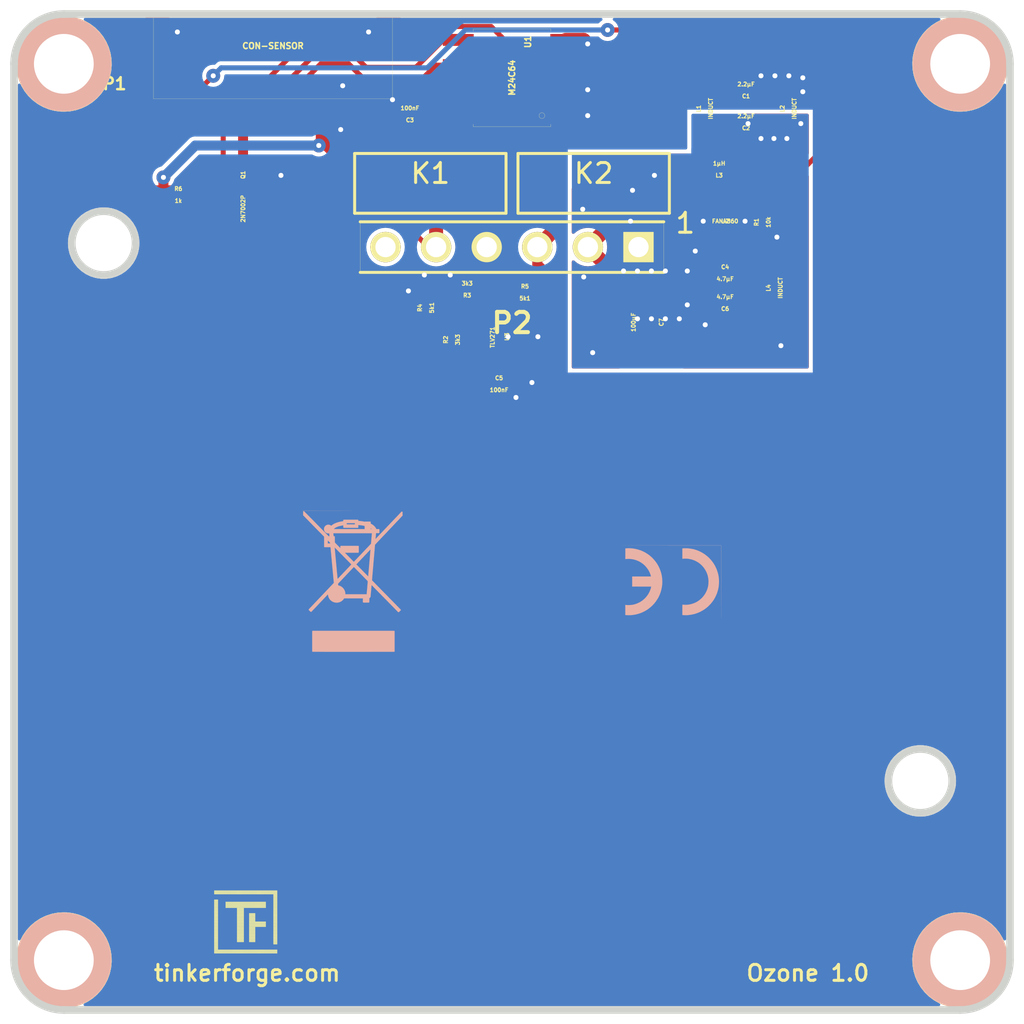
<source format=kicad_pcb>
(kicad_pcb (version 20221018) (generator pcbnew)
  (title_block (title "Dust Detector Bricklet") (date "Mo 13 Apr 2015") (rev "1.0") (company "Tinkerforfge GmbH") (comment 1 "Licensed under CERN OHL v.1.1") (comment 2 "Copyright (©) 2015, B.Nordmeyer <bastian@tinkerforge.com>"))
  (layers (0 "F.Cu" signal) (31 "B.Cu" signal) (34 "B.Paste" user) (35 "F.Paste" user) (36 "B.SilkS" user "B.Silkscreen") (37 "F.SilkS" user "F.Silkscreen") (38 "B.Mask" user) (39 "F.Mask" user) (44 "Edge.Cuts" user))
  (net 0 "")
  (net 1 "+5V")
  (net 2 "3V3")
  (net 3 "EN")
  (net 4 "GND")
  (net 5 "Net-(P1-Pad4)")
  (net 6 "Net-(P1-Pad5)")
  (net 7 "Net-(P1-Pad6)")
  (net 8 "Net-(P1-Pad7)")
  (net 9 "Net-(R2-Pad1)")
  (net 10 "Net-(K1-Pad2)")
  (net 11 "Net-(K2-Pad3)")
  (net 12 "Net-(P1-Pad8)")
  (net 13 "Net-(R3-Pad2)")
  (net 14 "Net-(C2-Pad1)")
  (net 15 "AGND")
  (net 16 "Net-(C4-Pad1)")
  (net 17 "Net-(K1-Pad3)")
  (net 18 "Net-(L3-Pad2)")
  (footprint "kicad-libraries:0603" (layer "F.Cu") (at 155.6 67)
    (fp_text reference "C1" (at 0.05 0.225) (layer "F.SilkS") (effects (font (size 0.2 0.2) (thickness 0.05))))
    (fp_text value "2.2µF" (at 0.05 -0.375) (layer "F.SilkS") (effects (font (size 0.2 0.2) (thickness 0.05))))
    (pad "1" smd rect (at -0.8001 0) (size 0.8001 0.8001) (layers "F.Cu" "F.Paste" "F.Mask") (net 2 "3V3"))
    (pad "2" smd rect (at 0.8001 0) (size 0.8001 0.8001) (layers "F.Cu" "F.Paste" "F.Mask") (net 4 "GND"))
  )
  (footprint "kicad-libraries:0603" (layer "F.Cu") (at 155.6 68.6)
    (fp_text reference "C2" (at 0.05 0.225) (layer "F.SilkS") (effects (font (size 0.2 0.2) (thickness 0.05))))
    (fp_text value "2.2µF" (at 0.05 -0.375) (layer "F.SilkS") (effects (font (size 0.2 0.2) (thickness 0.05))))
    (pad "1" smd rect (at -0.8001 0) (size 0.8001 0.8001) (layers "F.Cu" "F.Paste" "F.Mask") (net 14 "Net-(C2-Pad1)"))
    (pad "2" smd rect (at 0.8001 0) (size 0.8001 0.8001) (layers "F.Cu" "F.Paste" "F.Mask") (net 15 "AGND"))
  )
  (footprint "kicad-libraries:0805" (layer "F.Cu") (at 154.6 77.7)
    (fp_text reference "C6" (at 0 0.2) (layer "F.SilkS") (effects (font (size 0.2 0.2) (thickness 0.05))))
    (fp_text value "4.7µF" (at 0 -0.4) (layer "F.SilkS") (effects (font (size 0.2 0.2) (thickness 0.05))))
    (pad "1" smd rect (at -1.00076 0) (size 1.00076 1.24968) (layers "F.Cu" "F.Paste" "F.Mask") (net 15 "AGND") (clearance 0.14986))
    (pad "2" smd rect (at 1.00076 0) (size 1.00076 1.24968) (layers "F.Cu" "F.Paste" "F.Mask") (net 1 "+5V") (clearance 0.14986))
  )
  (footprint "kicad-libraries:3528-21" (layer "F.Cu") (at 150.9 78.6 90)
    (fp_text reference "C7" (at 0.025 0.5 90) (layer "F.SilkS") (effects (font (size 0.2 0.2) (thickness 0.05))))
    (fp_text value "100µF" (at 0.025 -0.9 90) (layer "F.SilkS") (effects (font (size 0.2 0.2) (thickness 0.05))))
    (pad "1" smd rect (at -1.40048 0 90) (size 1.59954 2.79908) (layers "F.Cu" "F.Paste" "F.Mask") (net 1 "+5V") (clearance 0.14986))
    (pad "2" smd rect (at 1.40048 0 90) (size 1.59954 2.79908) (layers "F.Cu" "F.Paste" "F.Mask") (net 15 "AGND") (clearance 0.14986))
  )
  (footprint "kicad-libraries:9175-003" (layer "F.Cu") (at 139.8 71.6 180)
    (fp_text reference "K1" (at 0 0.5 180) (layer "F.SilkS"))
    (fp_text value "CONN_3")
    (pad "1" smd rect (at -3.05 -0.725 180) (size 1 1.45) (layers "F.Cu" "F.Paste" "F.Mask") (net 4 "GND"))
    (pad "1" smd rect (at -1.95 0.74 180) (size 1 1.45) (layers "F.Cu" "F.Paste" "F.Mask") (net 4 "GND"))
    (pad "2" smd rect (at -0.55 -0.725 180) (size 1 1.45) (layers "F.Cu" "F.Paste" "F.Mask") (net 10 "Net-(K1-Pad2)"))
    (pad "2" smd rect (at 0.55 0.725 180) (size 1 1.45) (layers "F.Cu" "F.Paste" "F.Mask") (net 10 "Net-(K1-Pad2)"))
    (pad "3" smd rect (at 1.95 -0.725 180) (size 1 1.45) (layers "F.Cu" "F.Paste" "F.Mask") (net 17 "Net-(K1-Pad3)"))
    (pad "3" smd rect (at 3.05 0.725 180) (size 1 1.45) (layers "F.Cu" "F.Paste" "F.Mask") (net 17 "Net-(K1-Pad3)"))
  )
  (footprint "kicad-libraries:9175-003" (layer "F.Cu") (at 148 71.6 180)
    (fp_text reference "K2" (at 0 0.5 180) (layer "F.SilkS"))
    (fp_text value "CONN_3")
    (pad "1" smd rect (at -3.05 -0.725 180) (size 1 1.45) (layers "F.Cu" "F.Paste" "F.Mask") (net 15 "AGND"))
    (pad "1" smd rect (at -1.95 0.74 180) (size 1 1.45) (layers "F.Cu" "F.Paste" "F.Mask") (net 15 "AGND"))
    (pad "2" smd rect (at -0.55 -0.725 180) (size 1 1.45) (layers "F.Cu" "F.Paste" "F.Mask") (net 1 "+5V"))
    (pad "2" smd rect (at 0.55 0.725 180) (size 1 1.45) (layers "F.Cu" "F.Paste" "F.Mask") (net 1 "+5V"))
    (pad "3" smd rect (at 1.95 -0.725 180) (size 1 1.45) (layers "F.Cu" "F.Paste" "F.Mask") (net 11 "Net-(K2-Pad3)"))
    (pad "3" smd rect (at 3.05 0.725 180) (size 1 1.45) (layers "F.Cu" "F.Paste" "F.Mask") (net 11 "Net-(K2-Pad3)"))
  )
  (footprint "kicad-libraries:0603" (layer "F.Cu") (at 157.7 67.8 -90)
    (fp_text reference "L2" (at 0.05 0.225 270) (layer "F.SilkS") (effects (font (size 0.2 0.2) (thickness 0.05))))
    (fp_text value "INDUCT" (at 0.05 -0.375 270) (layer "F.SilkS") (effects (font (size 0.2 0.2) (thickness 0.05))))
    (pad "1" smd rect (at -0.8001 0 270) (size 0.8001 0.8001) (layers "F.Cu" "F.Paste" "F.Mask") (net 4 "GND"))
    (pad "2" smd rect (at 0.8001 0 270) (size 0.8001 0.8001) (layers "F.Cu" "F.Paste" "F.Mask") (net 15 "AGND"))
  )
  (footprint "kicad-libraries:CON-SENSOR" (layer "F.Cu") (at 131.9 63.1 180)
    (fp_text reference "P1" (at 7.9502 -3.50012 180) (layer "F.SilkS") (effects (font (size 0.59944 0.59944) (thickness 0.12446))))
    (fp_text value "CON-SENSOR" (at 0 -1.6002 180) (layer "F.SilkS") (effects (font (size 0.29972 0.29972) (thickness 0.07112))))
    (pad "1" smd rect (at -4.50088 -4.7752 180) (size 0.59944 1.5494) (layers "F.Cu" "F.Paste" "F.Mask"))
    (pad "2" smd rect (at -3.50012 -4.7752 180) (size 0.59944 1.5494) (layers "F.Cu" "F.Paste" "F.Mask") (net 4 "GND"))
    (pad "3" smd rect (at -2.49936 -4.7752 180) (size 0.59944 1.5494) (layers "F.Cu" "F.Paste" "F.Mask") (net 2 "3V3"))
    (pad "4" smd rect (at -1.50114 -4.7752 180) (size 0.59944 1.5494) (layers "F.Cu" "F.Paste" "F.Mask") (net 5 "Net-(P1-Pad4)"))
    (pad "5" smd rect (at -0.50038 -4.7752 180) (size 0.59944 1.5494) (layers "F.Cu" "F.Paste" "F.Mask") (net 6 "Net-(P1-Pad5)"))
    (pad "6" smd rect (at 0.50038 -4.7752 180) (size 0.59944 1.5494) (layers "F.Cu" "F.Paste" "F.Mask") (net 7 "Net-(P1-Pad6)"))
    (pad "7" smd rect (at 1.50114 -4.7752 180) (size 0.59944 1.5494) (layers "F.Cu" "F.Paste" "F.Mask") (net 8 "Net-(P1-Pad7)"))
    (pad "8" smd rect (at 2.49936 -4.7752 180) (size 0.59944 1.5494) (layers "F.Cu" "F.Paste" "F.Mask") (net 12 "Net-(P1-Pad8)"))
    (pad "9" smd rect (at 3.50012 -4.7752 180) (size 0.59944 1.5494) (layers "F.Cu" "F.Paste" "F.Mask") (net 3 "EN"))
    (pad "10" smd rect (at 4.50088 -4.7752 180) (size 0.59944 1.5494) (layers "F.Cu" "F.Paste" "F.Mask"))
    (pad "EP" smd rect (at -5.79882 -0.89916 180) (size 1.19888 1.80086) (layers "F.Cu" "F.Paste" "F.Mask") (net 4 "GND"))
    (pad "EP" smd rect (at 5.79882 -0.89916 180) (size 1.19888 1.80086) (layers "F.Cu" "F.Paste" "F.Mask") (net 4 "GND"))
  )
  (footprint "kicad-libraries:pin_array_6x1" (layer "F.Cu") (at 143.9 74.8 180)
    (fp_text reference "P2" (at 0 -3.81 180) (layer "F.SilkS") (effects (font (size 1.016 1.016) (thickness 0.2032))))
    (fp_text value "CONN_6" hide)
    (pad "1" thru_hole rect (at -6.35 0 180) (size 1.524 1.524) (drill 1.016) (layers "*.Cu" "*.Mask" "F.SilkS") (net 15 "AGND"))
    (pad "2" thru_hole circle (at -3.81 0 180) (size 1.524 1.524) (drill 1.016) (layers "*.Cu" "*.Mask" "F.SilkS") (net 1 "+5V"))
    (pad "3" thru_hole circle (at -1.27 0 180) (size 1.524 1.524) (drill 1.016) (layers "*.Cu" "*.Mask" "F.SilkS") (net 11 "Net-(K2-Pad3)"))
    (pad "4" thru_hole circle (at 1.27 0 180) (size 1.524 1.524) (drill 1.016) (layers "*.Cu" "*.Mask" "F.SilkS") (net 4 "GND"))
    (pad "5" thru_hole circle (at 3.81 0 180) (size 1.524 1.524) (drill 1.016) (layers "*.Cu" "*.Mask" "F.SilkS") (net 10 "Net-(K1-Pad2)"))
    (pad "6" thru_hole circle (at 6.35 0 180) (size 1.524 1.524) (drill 1.016) (layers "*.Cu" "*.Mask" "F.SilkS"))
  )
  (footprint "kicad-libraries:SOT23GDS" (layer "F.Cu") (at 130.4 72.1 -90)
    (fp_text reference "Q1" (at -0.925 0 270) (layer "F.SilkS") (effects (font (size 0.2 0.2) (thickness 0.05))))
    (fp_text value "2N7002P" (at 0.775 0 270) (layer "F.SilkS") (effects (font (size 0.2 0.2) (thickness 0.05))))
    (pad "D" smd rect (at 0 1.016 270) (size 0.9144 0.9144) (layers "F.Cu" "F.Paste" "F.Mask") (net 12 "Net-(P1-Pad8)"))
    (pad "G" smd rect (at 0.889 -1.016 270) (size 0.9144 0.9144) (layers "F.Cu" "F.Paste" "F.Mask") (net 10 "Net-(K1-Pad2)"))
    (pad "S" smd rect (at -0.889 -1.016 270) (size 0.9144 0.9144) (layers "F.Cu" "F.Paste" "F.Mask") (net 4 "GND"))
  )
  (footprint "kicad-libraries:0603" (layer "F.Cu") (at 156.4 73.5 -90)
    (fp_text reference "R1" (at 0.05 0.225 270) (layer "F.SilkS") (effects (font (size 0.2 0.2) (thickness 0.05))))
    (fp_text value "10k" (at 0.05 -0.375 270) (layer "F.SilkS") (effects (font (size 0.2 0.2) (thickness 0.05))))
    (pad "1" smd rect (at -0.8001 0 270) (size 0.8001 0.8001) (layers "F.Cu" "F.Paste" "F.Mask") (net 3 "EN"))
    (pad "2" smd rect (at 0.8001 0 270) (size 0.8001 0.8001) (layers "F.Cu" "F.Paste" "F.Mask") (net 15 "AGND"))
  )
  (footprint "kicad-libraries:0603" (layer "F.Cu") (at 140.8 79.4 -90)
    (fp_text reference "R2" (at 0.05 0.225 270) (layer "F.SilkS") (effects (font (size 0.2 0.2) (thickness 0.05))))
    (fp_text value "3k3" (at 0.05 -0.375 270) (layer "F.SilkS") (effects (font (size 0.2 0.2) (thickness 0.05))))
    (pad "1" smd rect (at -0.8001 0 270) (size 0.8001 0.8001) (layers "F.Cu" "F.Paste" "F.Mask") (net 9 "Net-(R2-Pad1)"))
    (pad "2" smd rect (at 0.8001 0 270) (size 0.8001 0.8001) (layers "F.Cu" "F.Paste" "F.Mask") (net 8 "Net-(P1-Pad7)"))
  )
  (footprint "kicad-libraries:0603" (layer "F.Cu") (at 141.6 77)
    (fp_text reference "R3" (at 0.05 0.225) (layer "F.SilkS") (effects (font (size 0.2 0.2) (thickness 0.05))))
    (fp_text value "3k3" (at 0.05 -0.375) (layer "F.SilkS") (effects (font (size 0.2 0.2) (thickness 0.05))))
    (pad "1" smd rect (at -0.8001 0) (size 0.8001 0.8001) (layers "F.Cu" "F.Paste" "F.Mask") (net 4 "GND"))
    (pad "2" smd rect (at 0.8001 0) (size 0.8001 0.8001) (layers "F.Cu" "F.Paste" "F.Mask") (net 13 "Net-(R3-Pad2)"))
  )
  (footprint "kicad-libraries:0603" (layer "F.Cu") (at 139.5 77.8 -90)
    (fp_text reference "R4" (at 0.05 0.225 270) (layer "F.SilkS") (effects (font (size 0.2 0.2) (thickness 0.05))))
    (fp_text value "5k1" (at 0.05 -0.375 270) (layer "F.SilkS") (effects (font (size 0.2 0.2) (thickness 0.05))))
    (pad "1" smd rect (at -0.8001 0 270) (size 0.8001 0.8001) (layers "F.Cu" "F.Paste" "F.Mask") (net 4 "GND"))
    (pad "2" smd rect (at 0.8001 0 270) (size 0.8001 0.8001) (layers "F.Cu" "F.Paste" "F.Mask") (net 9 "Net-(R2-Pad1)"))
  )
  (footprint "kicad-libraries:0603" (layer "F.Cu") (at 144.6 77 180)
    (fp_text reference "R5" (at 0.05 0.225 180) (layer "F.SilkS") (effects (font (size 0.2 0.2) (thickness 0.05))))
    (fp_text value "5k1" (at 0.05 -0.375 180) (layer "F.SilkS") (effects (font (size 0.2 0.2) (thickness 0.05))))
    (pad "1" smd rect (at -0.8001 0 180) (size 0.8001 0.8001) (layers "F.Cu" "F.Paste" "F.Mask") (net 11 "Net-(K2-Pad3)"))
    (pad "2" smd rect (at 0.8001 0 180) (size 0.8001 0.8001) (layers "F.Cu" "F.Paste" "F.Mask") (net 13 "Net-(R3-Pad2)"))
  )
  (footprint "kicad-libraries:SOIC8" (layer "F.Cu") (at 143.9 66.3 90)
    (fp_text reference "U1" (at 1.8 0.8 90) (layer "F.SilkS") (effects (font (size 0.29972 0.29972) (thickness 0.0762))))
    (fp_text value "M24C64" (at 0 0 90) (layer "F.SilkS") (effects (font (size 0.29972 0.29972) (thickness 0.0762))))
    (pad "1" smd rect (at -1.90246 2.69748 270) (size 0.59944 1.5494) (layers "F.Cu" "F.Paste" "F.Mask") (net 4 "GND"))
    (pad "2" smd rect (at -0.63246 2.69748 270) (size 0.59944 1.5494) (layers "F.Cu" "F.Paste" "F.Mask") (net 4 "GND"))
    (pad "3" smd rect (at 0.63246 2.69748 270) (size 0.59944 1.5494) (layers "F.Cu" "F.Paste" "F.Mask") (net 7 "Net-(P1-Pad6)"))
    (pad "4" smd rect (at 1.90246 2.69748 270) (size 0.59944 1.5494) (layers "F.Cu" "F.Paste" "F.Mask") (net 4 "GND"))
    (pad "5" smd rect (at 1.90246 -2.69748 90) (size 0.59944 1.5494) (layers "F.Cu" "F.Paste" "F.Mask") (net 6 "Net-(P1-Pad5)"))
    (pad "6" smd rect (at 0.63246 -2.69748 90) (size 0.59944 1.5494) (layers "F.Cu" "F.Paste" "F.Mask") (net 5 "Net-(P1-Pad4)"))
    (pad "7" smd rect (at -0.63246 -2.69748 90) (size 0.59944 1.5494) (layers "F.Cu" "F.Paste" "F.Mask"))
    (pad "8" smd rect (at -1.90246 -2.69748 90) (size 0.59944 1.5494) (layers "F.Cu" "F.Paste" "F.Mask") (net 2 "3V3"))
  )
  (footprint "kicad-libraries:UMLP_22" (layer "F.Cu") (at 154.6 73.5 180)
    (fp_text reference "U2" (at 0 0 180) (layer "F.SilkS") (effects (font (size 0.2 0.2) (thickness 0.05))))
    (fp_text value "FAN4860" (at 0 0 180) (layer "F.SilkS") (effects (font (size 0.2 0.2) (thickness 0.05))))
    (pad "1" smd rect (at 0.65 -1.05 180) (size 0.25 0.8) (layers "F.Cu" "F.Paste" "F.Mask") (net 15 "AGND"))
    (pad "2" smd rect (at 0 -1.05 180) (size 0.25 0.8) (layers "F.Cu" "F.Paste" "F.Mask") (net 16 "Net-(C4-Pad1)"))
    (pad "3" smd rect (at -0.65 -1.05 180) (size 0.25 0.8) (layers "F.Cu" "F.Paste" "F.Mask") (net 16 "Net-(C4-Pad1)"))
    (pad "4" smd rect (at -0.65 1.05 180) (size 0.25 0.8) (layers "F.Cu" "F.Paste" "F.Mask") (net 3 "EN"))
    (pad "5" smd rect (at 0 1.05 180) (size 0.25 0.8) (layers "F.Cu" "F.Paste" "F.Mask") (net 18 "Net-(L3-Pad2)"))
    (pad "6" smd rect (at 0.65 1.05 180) (size 0.25 0.8) (layers "F.Cu" "F.Paste" "F.Mask") (net 14 "Net-(C2-Pad1)"))
    (pad "EP" smd rect (at 0 0 180) (size 1.45 0.8) (layers "F.Cu" "F.Paste" "F.Mask") (net 15 "AGND"))
  )
  (footprint "kicad-libraries:SOT23-5" (layer "F.Cu") (at 143.3 79.3 90)
    (fp_text reference "U3" (at 0 0.35052 90) (layer "F.SilkS") (effects (font (size 0.2 0.2) (thickness 0.05))))
    (fp_text value "TLV271" (at -0.03 -0.38 90) (layer "F.SilkS") (effects (font (size 0.2 0.2) (thickness 0.05))))
    (pad "1" smd rect (at -0.94996 1.19888 90) (size 0.50038 0.8001) (layers "F.Cu" "F.Paste" "F.Mask") (net 8 "Net-(P1-Pad7)") (clearance 0.14986))
    (pad "2" smd rect (at 0 1.19888 90) (size 0.50038 0.8001) (layers "F.Cu" "F.Paste" "F.Mask") (net 4 "GND") (clearance 0.14986))
    (pad "3" smd rect (at 0.94996 1.19888 90) (size 0.50038 0.8001) (layers "F.Cu" "F.Paste" "F.Mask") (net 13 "Net-(R3-Pad2)") (clearance 0.14986))
    (pad "4" smd rect (at 0.94996 -1.19888 90) (size 0.50038 0.8001) (layers "F.Cu" "F.Paste" "F.Mask") (net 9 "Net-(R2-Pad1)") (clearance 0.14986))
    (pad "5" smd rect (at -0.94996 -1.19888 90) (size 0.50038 0.8001) (layers "F.Cu" "F.Paste" "F.Mask") (net 2 "3V3") (clearance 0.14986))
  )
  (footprint "kicad-libraries:DRILL_NP" (layer "F.Cu") (at 121.4 110.6)
    (fp_text reference "U4" hide)
    (fp_text value "DRILL" hide)
    (pad "" np_thru_hole circle (at 0 0) (size 2.99974 2.99974) (drill 2.99974) (layers "*.Cu" "*.Mask" "F.SilkS") (clearance 0.89916))
  )
  (footprint "kicad-libraries:DRILL_NP" (layer "F.Cu") (at 166.4 65.6)
    (fp_text reference "U5" hide)
    (fp_text value "DRILL" hide)
    (pad "" np_thru_hole circle (at 0 0) (size 2.99974 2.99974) (drill 2.99974) (layers "*.Cu" "*.Mask" "F.SilkS") (clearance 0.89916))
  )
  (footprint "kicad-libraries:DRILL_NP" (layer "F.Cu") (at 166.4 110.6)
    (fp_text reference "U7" hide)
    (fp_text value "DRILL" hide)
    (pad "" np_thru_hole circle (at 0 0) (size 2.99974 2.99974) (drill 2.99974) (layers "*.Cu" "*.Mask" "F.SilkS") (clearance 0.89916))
  )
  (footprint "kicad-libraries:DRILL_NP" (layer "F.Cu") (at 121.4 65.6)
    (fp_text reference "U6" hide)
    (fp_text value "DRILL" hide)
    (pad "" np_thru_hole circle (at 0 0) (size 2.99974 2.99974) (drill 2.99974) (layers "*.Cu" "*.Mask" "F.SilkS") (clearance 0.89916))
  )
  (footprint "kicad-libraries:Logo_31x31" (layer "F.Cu") (at 128.95 107.1)
    (fp_text reference "G***" hide)
    (fp_text value "Logo_31x31" hide)
  )
  (footprint "kicad-libraries:Fiducial_Mark" (layer "F.Cu") (at 125.4 80.6)
    (fp_text reference "Fiducial_Mark" hide)
    (fp_text value "VAL**" hide)
    (pad "1" smd circle (at 0 0) (size 1.00076 1.00076) (layers "F.Cu" "F.Mask") (clearance 0.65024))
  )
  (footprint "kicad-libraries:Fiducial_Mark" (layer "F.Cu") (at 161.4 65.6)
    (fp_text reference "Fiducial_Mark" hide)
    (fp_text value "VAL**" hide)
    (pad "1" smd circle (at 0 0) (size 1.00076 1.00076) (layers "F.Cu" "F.Mask") (clearance 0.65024))
  )
  (footprint "kicad-libraries:0603" (layer "F.Cu") (at 138.725 68.2)
    (fp_text reference "C3" (at 0.05 0.225) (layer "F.SilkS") (effects (font (size 0.2 0.2) (thickness 0.05))))
    (fp_text value "100nF" (at 0.05 -0.375) (layer "F.SilkS") (effects (font (size 0.2 0.2) (thickness 0.05))))
    (pad "1" smd rect (at -0.8001 0) (size 0.8001 0.8001) (layers "F.Cu" "F.Paste" "F.Mask") (net 4 "GND") (clearance 0.14986))
    (pad "2" smd rect (at 0.8001 0) (size 0.8001 0.8001) (layers "F.Cu" "F.Paste" "F.Mask") (net 2 "3V3") (clearance 0.14986))
  )
  (footprint "kicad-libraries:0805" (layer "F.Cu") (at 154.6 76 180)
    (fp_text reference "C4" (at 0 0.2 180) (layer "F.SilkS") (effects (font (size 0.2 0.2) (thickness 0.05))))
    (fp_text value "4.7µF" (at 0 -0.4 180) (layer "F.SilkS") (effects (font (size 0.2 0.2) (thickness 0.05))))
    (pad "1" smd rect (at -1.00076 0 180) (size 1.00076 1.24968) (layers "F.Cu" "F.Paste" "F.Mask") (net 16 "Net-(C4-Pad1)"))
    (pad "2" smd rect (at 1.00076 0 180) (size 1.00076 1.24968) (layers "F.Cu" "F.Paste" "F.Mask") (net 15 "AGND"))
  )
  (footprint "kicad-libraries:0603" (layer "F.Cu") (at 143.3 81.6 180)
    (fp_text reference "C5" (at 0.05 0.225 180) (layer "F.SilkS") (effects (font (size 0.2 0.2) (thickness 0.05))))
    (fp_text value "100nF" (at 0.05 -0.375 180) (layer "F.SilkS") (effects (font (size 0.2 0.2) (thickness 0.05))))
    (pad "1" smd rect (at -0.8001 0 180) (size 0.8001 0.8001) (layers "F.Cu" "F.Paste" "F.Mask") (net 4 "GND") (clearance 0.14986))
    (pad "2" smd rect (at 0.8001 0 180) (size 0.8001 0.8001) (layers "F.Cu" "F.Paste" "F.Mask") (net 2 "3V3") (clearance 0.14986))
  )
  (footprint "kicad-libraries:0603" (layer "F.Cu") (at 153.5 67.8 -90)
    (fp_text reference "L1" (at 0.05 0.225 270) (layer "F.SilkS") (effects (font (size 0.2 0.2) (thickness 0.05))))
    (fp_text value "INDUCT" (at 0.05 -0.375 270) (layer "F.SilkS") (effects (font (size 0.2 0.2) (thickness 0.05))))
    (pad "1" smd rect (at -0.8001 0 270) (size 0.8001 0.8001) (layers "F.Cu" "F.Paste" "F.Mask") (net 2 "3V3") (clearance 0.14986))
    (pad "2" smd rect (at 0.8001 0 270) (size 0.8001 0.8001) (layers "F.Cu" "F.Paste" "F.Mask") (net 14 "Net-(C2-Pad1)") (clearance 0.14986))
  )
  (footprint "kicad-libraries:0805" (layer "F.Cu") (at 154.3 71)
    (fp_text reference "L3" (at 0 0.2) (layer "F.SilkS") (effects (font (size 0.2 0.2) (thickness 0.05))))
    (fp_text value "1µH" (at 0 -0.4) (layer "F.SilkS") (effects (font (size 0.2 0.2) (thickness 0.05))))
    (pad "1" smd rect (at -1.00076 0) (size 1.00076 1.24968) (layers "F.Cu" "F.Paste" "F.Mask") (net 14 "Net-(C2-Pad1)") (clearance 0.14986))
    (pad "2" smd rect (at 1.00076 0) (size 1.00076 1.24968) (layers "F.Cu" "F.Paste" "F.Mask") (net 18 "Net-(L3-Pad2)") (clearance 0.14986))
  )
  (footprint "kicad-libraries:0603" (layer "F.Cu") (at 157 76.8 -90)
    (fp_text reference "L4" (at 0.05 0.225 270) (layer "F.SilkS") (effects (font (size 0.2 0.2) (thickness 0.05))))
    (fp_text value "INDUCT" (at 0.05 -0.375 270) (layer "F.SilkS") (effects (font (size 0.2 0.2) (thickness 0.05))))
    (pad "1" smd rect (at -0.8001 0 270) (size 0.8001 0.8001) (layers "F.Cu" "F.Paste" "F.Mask") (net 16 "Net-(C4-Pad1)"))
    (pad "2" smd rect (at 0.8001 0 270) (size 0.8001 0.8001) (layers "F.Cu" "F.Paste" "F.Mask") (net 1 "+5V"))
  )
  (footprint "kicad-libraries:0603" (layer "F.Cu") (at 127.2 72.1 180)
    (fp_text reference "R6" (at 0.05 0.225 180) (layer "F.SilkS") (effects (font (size 0.2 0.2) (thickness 0.05))))
    (fp_text value "1k" (at 0.05 -0.375 180) (layer "F.SilkS") (effects (font (size 0.2 0.2) (thickness 0.05))))
    (pad "1" smd rect (at -0.8001 0 180) (size 0.8001 0.8001) (layers "F.Cu" "F.Paste" "F.Mask") (net 12 "Net-(P1-Pad8)") (clearance 0.14986))
    (pad "2" smd rect (at 0.8001 0 180) (size 0.8001 0.8001) (layers "F.Cu" "F.Paste" "F.Mask") (net 2 "3V3") (clearance 0.14986))
  )
  (footprint "kicad-libraries:WEEE_7mm_back" (layer "B.Cu") (at 135.9 91.6)
    (fp_text reference "VAL" hide)
    (fp_text value "WEEE_7mm_back" hide)
  )
  (footprint "kicad-libraries:CE_5mm" (layer "B.Cu") (at 151.9 91.6 180)
    (fp_text reference "VAL" hide)
    (fp_text value "CE_5mm" hide)
  )
  (gr_line (start 118.9 65.55) (end 118.9 65.6) (stroke (width 0.381)) (layer "Edge.Cuts"))
  (gr_circle (center 164.4 101.6) (end 166 101.6) (stroke (width 0.381)) (fill none) (layer "Edge.Cuts"))
  (gr_arc (start 168.9 110.6) (mid 168.167767 112.367767) (end 166.4 113.1) (stroke (width 0.381)) (layer "Edge.Cuts"))
  (gr_arc (start 121.4 113.1) (mid 119.632233 112.367767) (end 118.9 110.6) (stroke (width 0.381)) (layer "Edge.Cuts"))
  (gr_arc (start 166.4 63.1) (mid 168.167767 63.832233) (end 168.9 65.6) (stroke (width 0.381)) (layer "Edge.Cuts"))
  (gr_line (start 118.9 110.6) (end 118.9 65.6) (stroke (width 0.381)) (layer "Edge.Cuts"))
  (gr_arc (start 118.9 65.6) (mid 119.632233 63.832233) (end 121.4 63.1) (stroke (width 0.381)) (layer "Edge.Cuts"))
  (gr_line (start 166.4 113.1) (end 121.4 113.1) (stroke (width 0.381)) (layer "Edge.Cuts"))
  (gr_line (start 168.9 65.6) (end 168.9 110.6) (stroke (width 0.381)) (layer "Edge.Cuts"))
  (gr_line (start 166.4 63.1) (end 121.4 63.1) (stroke (width 0.381)) (layer "Edge.Cuts"))
  (gr_circle (center 123.4 74.6) (end 125 74.6) (stroke (width 0.381)) (fill none) (layer "Edge.Cuts"))
  (gr_text "Ozone 1.0" (at 158.75 111.25) (layer "F.SilkS") (effects (font (size 0.8 0.8))))
  (gr_text "1" (at 152.6 73.6) (layer "F.SilkS") (effects (font (size 1 1))))
  (gr_text "tinkerforge.com" (at 130.6 111.25) (layer "F.SilkS") (effects (font (size 0.8 0.8))))
  (segment (start 147.45 71.225) (end 148.55 72.325) (width 0.7) (layer "F.Cu") (net 1))
  (segment (start 148.55 73.96) (end 147.71 74.8) (width 0.7) (layer "F.Cu") (net 1))
  (segment (start 154.19952 80.00048) (end 155.55076 78.64924) (width 0.7) (layer "F.Cu") (net 1))
  (segment (start 155.55076 78.64924) (end 155.55076 77.65) (width 0.7) (layer "F.Cu") (net 1))
  (segment (start 155.65066 77.5501) (end 155.55076 77.65) (width 0.7) (layer "F.Cu") (net 1))
  (segment (start 150.50048 80.00048) (end 148.5 78) (width 0.7) (layer "F.Cu") (net 1))
  (segment (start 148.5 78) (end 148.5 75.59) (width 0.7) (layer "F.Cu") (net 1))
  (segment (start 148.5 75.59) (end 147.71 74.8) (width 0.7) (layer "F.Cu") (net 1))
  (segment (start 147.45 70.875) (end 147.45 71.225) (width 0.254) (layer "F.Cu") (net 1))
  (segment (start 156.85 77.5501) (end 155.65066 77.5501) (width 0.7) (layer "F.Cu") (net 1))
  (segment (start 150.9 80.00048) (end 154.19952 80.00048) (width 0.7) (layer "F.Cu") (net 1))
  (segment (start 150.9 80.00048) (end 150.50048 80.00048) (width 0.7) (layer "F.Cu") (net 1))
  (segment (start 148.55 72.325) (end 148.55 73.96) (width 0.7) (layer "F.Cu") (net 1))
  (segment (start 153.4501 66.95) (end 153.45 66.9499) (width 0.7) (layer "F.Cu") (net 2))
  (segment (start 139.52756 68.20246) (end 139.5251 68.2) (width 0.7) (layer "F.Cu") (net 2))
  (segment (start 150.3001 66.9999) (end 147.8 69.5) (width 0.7) (layer "F.Cu") (net 2))
  (segment (start 147.8 69.5) (end 138.9 69.5) (width 0.7) (layer "F.Cu") (net 2))
  (segment (start 136 69.5) (end 135.6 69.9) (width 0.7) (layer "F.Cu") (net 2))
  (segment (start 135.6 69.9) (end 134.9 69.9) (width 0.7) (layer "F.Cu") (net 2))
  (segment (start 134.9 69.9) (end 134.39936 69.39936) (width 0.7) (layer "F.Cu") (net 2))
  (segment (start 134.39936 69.39936) (end 134.39936 67.8752) (width 0.7) (layer "F.Cu") (net 2))
  (segment (start 139.5251 68.8749) (end 138.9 69.5) (width 0.7) (layer "F.Cu") (net 2))
  (segment (start 138.9 69.5) (end 136 69.5) (width 0.7) (layer "F.Cu") (net 2))
  (segment (start 134.39936 69.50064) (end 134.2 69.7) (width 0.254) (layer "F.Cu") (net 2))
  (segment (start 126.4 71.3) (end 126.4 72.0999) (width 0.5) (layer "F.Cu") (net 2))
  (segment (start 126.4 72.0999) (end 126.3999 72.1) (width 0.254) (layer "F.Cu") (net 2))
  (segment (start 126.3999 77.6999) (end 126.3999 72.1) (width 0.5) (layer "F.Cu") (net 2))
  (segment (start 142.4999 81.8501) (end 141.1 83.25) (width 0.5) (layer "F.Cu") (net 2))
  (segment (start 141.1 83.25) (end 131.95 83.25) (width 0.5) (layer "F.Cu") (net 2))
  (segment (start 131.95 83.25) (end 126.3999 77.6999) (width 0.5) (layer "F.Cu") (net 2))
  (segment (start 142.4999 80.64874) (end 142.10112 80.24996) (width 0.5) (layer "F.Cu") (net 2))
  (segment (start 154.7499 66.95) (end 153.4501 66.95) (width 0.7) (layer "F.Cu") (net 2))
  (segment (start 141.20252 68.20246) (end 139.52756 68.20246) (width 0.7) (layer "F.Cu") (net 2))
  (segment (start 142.4999 81.6) (end 142.4999 81.8501) (width 0.5) (layer "F.Cu") (net 2))
  (segment (start 153.5 66.9999) (end 150.3001 66.9999) (width 0.7) (layer "F.Cu") (net 2))
  (segment (start 134.39936 69.39936) (end 134.39936 69.50064) (width 0.254) (layer "F.Cu") (net 2))
  (segment (start 139.5251 68.2) (end 139.5251 68.8749) (width 0.7) (layer "F.Cu") (net 2))
  (segment (start 142.4999 81.6) (end 142.4999 80.64874) (width 0.5) (layer "F.Cu") (net 2))
  (via (at 126.4 71.3) (size 0.7) (drill 0.25) (layers "F.Cu" "B.Cu") (net 2))
  (via (at 134.2 69.7) (size 0.7) (drill 0.25) (layers "F.Cu" "B.Cu") (net 2))
  (segment (start 134.2 69.7) (end 128 69.7) (width 0.5) (layer "B.Cu") (net 2))
  (segment (start 128 69.7) (end 126.4 71.3) (width 0.5) (layer "B.Cu") (net 2))
  (segment (start 156.1501 72.45) (end 156.4 72.6999) (width 0.254) (layer "F.Cu") (net 3))
  (segment (start 159.6 69.8) (end 156.7001 72.6999) (width 0.254) (layer "F.Cu") (net 3))
  (segment (start 159.6 69.8) (end 159.6 65.8) (width 0.254) (layer "F.Cu") (net 3))
  (segment (start 159.6 65.8) (end 157.7 63.9) (width 0.254) (layer "F.Cu") (net 3))
  (segment (start 157.7 63.9) (end 148.7 63.9) (width 0.254) (layer "F.Cu") (net 3))
  (segment (start 128.9 66.2) (end 128.39988 66.70012) (width 0.254) (layer "F.Cu") (net 3))
  (segment (start 128.39988 66.70012) (end 128.39988 67.8752) (width 0.254) (layer "F.Cu") (net 3))
  (segment (start 155.25 72.45) (end 156.1501 72.45) (width 0.254) (layer "F.Cu") (net 3))
  (segment (start 156.4 72.6999) (end 156.7001 72.6999) (width 0.254) (layer "F.Cu") (net 3))
  (via (at 148.7 63.9) (size 0.7) (drill 0.25) (layers "F.Cu" "B.Cu") (net 3))
  (via (at 128.9 66.2) (size 0.7) (drill 0.25) (layers "F.Cu" "B.Cu") (net 3))
  (segment (start 141.55 63.9) (end 139.65 65.8) (width 0.254) (layer "B.Cu") (net 3))
  (segment (start 139.65 65.8) (end 129.3 65.8) (width 0.254) (layer "B.Cu") (net 3))
  (segment (start 129.3 65.8) (end 128.9 66.2) (width 0.254) (layer "B.Cu") (net 3))
  (segment (start 148.7 63.9) (end 141.55 63.9) (width 0.254) (layer "B.Cu") (net 3))
  (segment (start 138.7001 76.9999) (end 138.7 77) (width 0.7) (layer "F.Cu") (net 4))
  (segment (start 140.7999 76.2001) (end 140.8 76.2) (width 0.7) (layer "F.Cu") (net 4))
  (segment (start 141.75 71.225) (end 142.85 72.325) (width 0.7) (layer "F.Cu") (net 4))
  (segment (start 142.63 72.545) (end 142.85 72.325) (width 0.254) (layer "F.Cu") (net 4))
  (segment (start 157.6499 66.95) (end 157.65 66.9499) (width 0.7) (layer "F.Cu") (net 4))
  (segment (start 156.4001 66.2001) (end 156.4 66.2) (width 0.7) (layer "F.Cu") (net 4))
  (segment (start 157.1 66.95) (end 157.6499 66.95) (width 0.7) (layer "F.Cu") (net 4))
  (segment (start 157.7 66.3) (end 157.8 66.2) (width 0.7) (layer "F.Cu") (net 4))
  (segment (start 158.4999 66.9999) (end 158.5 67) (width 0.7) (layer "F.Cu") (net 4))
  (segment (start 157.8001 66.9999) (end 158.5 66.3) (width 0.7) (layer "F.Cu") (net 4))
  (segment (start 132.289 71.211) (end 132.3 71.2) (width 0.7) (layer "F.Cu") (net 4))
  (segment (start 137.9249 67.4249) (end 137.9 67.4) (width 0.7) (layer "F.Cu") (net 4))
  (segment (start 127.09916 63.99916) (end 127.1 64) (width 0.254) (layer "F.Cu") (net 4))
  (segment (start 135.40012 66.70012) (end 135.4 66.7) (width 0.7) (layer "F.Cu") (net 4))
  (segment (start 135.40012 68.79988) (end 135.3 68.9) (width 0.7) (layer "F.Cu") (net 4))
  (segment (start 147.69754 68.20246) (end 147.7 68.2) (width 0.7) (layer "F.Cu") (net 4))
  (segment (start 147.66754 66.93246) (end 147.7 66.9) (width 0.7) (layer "F.Cu") (net 4))
  (segment (start 147.49754 64.39754) (end 147.7 64.6) (width 0.7) (layer "F.Cu") (net 4))
  (segment (start 144.1001 82.3499) (end 144.1 82.35) (width 0.5) (layer "F.Cu") (net 4))
  (segment (start 136.70084 63.99916) (end 136.7 64) (width 0.254) (layer "F.Cu") (net 4))
  (segment (start 156.3501 66.95) (end 157.1 66.95) (width 0.7) (layer "F.Cu") (net 4))
  (segment (start 144.49888 79.3) (end 143.7 79.3) (width 0.7) (layer "F.Cu") (net 4))
  (segment (start 157.7 66.9999) (end 157.8001 66.9999) (width 0.7) (layer "F.Cu") (net 4))
  (segment (start 140.7999 77) (end 140.7999 76.2001) (width 0.7) (layer "F.Cu") (net 4))
  (segment (start 137.9249 68.2) (end 137.9249 67.4249) (width 0.7) (layer "F.Cu") (net 4))
  (segment (start 137.69882 63.99916) (end 136.70084 63.99916) (width 0.254) (layer "F.Cu") (net 4))
  (segment (start 126.10118 63.99916) (end 127.09916 63.99916) (width 0.254) (layer "F.Cu") (net 4))
  (segment (start 144.1001 81.6) (end 144.9 81.6) (width 0.7) (layer "F.Cu") (net 4))
  (segment (start 139.5 76.9999) (end 139.5 76.2) (width 0.5) (layer "F.Cu") (net 4))
  (segment (start 146.59748 64.39754) (end 147.49754 64.39754) (width 0.7) (layer "F.Cu") (net 4))
  (segment (start 144.49888 79.3) (end 145.2 79.3) (width 0.7) (layer "F.Cu") (net 4))
  (segment (start 146.59748 66.93246) (end 147.66754 66.93246) (width 0.7) (layer "F.Cu") (net 4))
  (segment (start 157.7 66.9999) (end 158.4999 66.9999) (width 0.7) (layer "F.Cu") (net 4))
  (segment (start 144.1001 81.6) (end 144.1001 82.3499) (width 0.5) (layer "F.Cu") (net 4))
  (segment (start 157.7 66.9999) (end 157.7 66.3) (width 0.7) (layer "F.Cu") (net 4))
  (segment (start 135.40012 67.8752) (end 135.40012 66.70012) (width 0.7) (layer "F.Cu") (net 4))
  (segment (start 146.59748 68.20246) (end 147.69754 68.20246) (width 0.7) (layer "F.Cu") (net 4))
  (segment (start 131.416 71.211) (end 132.289 71.211) (width 0.7) (layer "F.Cu") (net 4))
  (segment (start 142.63 74.8) (end 142.63 72.545) (width 0.7) (layer "F.Cu") (net 4))
  (segment (start 139.5 76.9999) (end 138.7001 76.9999) (width 0.7) (layer "F.Cu") (net 4))
  (segment (start 157.1 66.95) (end 157.1 66.2) (width 0.7) (layer "F.Cu") (net 4))
  (segment (start 141.75 70.86) (end 141.75 71.225) (width 0.254) (layer "F.Cu") (net 4))
  (segment (start 156.4001 67) (end 156.4001 66.2001) (width 0.7) (layer "F.Cu") (net 4))
  (segment (start 135.40012 67.8752) (end 135.40012 68.79988) (width 0.7) (layer "F.Cu") (net 4))
  (via (at 147.7 66.9) (size 0.7) (drill 0.25) (layers "F.Cu" "B.Cu") (net 4))
  (via (at 138.7 77) (size 0.7) (drill 0.25) (layers "F.Cu" "B.Cu") (net 4))
  (via (at 156.4 66.2) (size 0.7) (drill 0.25) (layers "F.Cu" "B.Cu") (net 4))
  (via (at 147.7 68.2) (size 0.7) (drill 0.25) (layers "F.Cu" "B.Cu") (net 4))
  (via (at 127.1 64) (size 0.7) (drill 0.25) (layers "F.Cu" "B.Cu") (net 4))
  (via (at 157.8 66.2) (size 0.7) (drill 0.25) (layers "F.Cu" "B.Cu") (net 4))
  (via (at 132.3 71.2) (size 0.7) (drill 0.25) (layers "F.Cu" "B.Cu") (net 4))
  (via (at 158.5 67) (size 0.7) (drill 0.25) (layers "F.Cu" "B.Cu") (net 4))
  (via (at 145.2 79.3) (size 0.7) (drill 0.25) (layers "F.Cu" "B.Cu") (net 4))
  (via (at 135.3 68.9) (size 0.7) (drill 0.25) (layers "F.Cu" "B.Cu") (net 4))
  (via (at 139.5 76.2) (size 0.7) (drill 0.25) (layers "F.Cu" "B.Cu") (net 4))
  (via (at 144.1 82.35) (size 0.7) (drill 0.25) (layers "F.Cu" "B.Cu") (net 4))
  (via (at 144.9 81.6) (size 0.7) (drill 0.25) (layers "F.Cu" "B.Cu") (net 4))
  (via (at 143.7 79.3) (size 0.7) (drill 0.25) (layers "F.Cu" "B.Cu") (net 4))
  (via (at 158.5 66.3) (size 0.7) (drill 0.25) (layers "F.Cu" "B.Cu") (net 4))
  (via (at 136.7 64) (size 0.7) (drill 0.25) (layers "F.Cu" "B.Cu") (net 4))
  (via (at 147.7 64.6) (size 0.7) (drill 0.25) (layers "F.Cu" "B.Cu") (net 4))
  (via (at 157.1 66.2) (size 0.7) (drill 0.25) (layers "F.Cu" "B.Cu") (net 4))
  (via (at 137.9 67.4) (size 0.7) (drill 0.25) (layers "F.Cu" "B.Cu") (net 4))
  (via (at 140.8 76.2) (size 0.7) (drill 0.25) (layers "F.Cu" "B.Cu") (net 4))
  (via (at 135.4 66.7) (size 0.7) (drill 0.25) (layers "F.Cu" "B.Cu") (net 4))
  (segment (start 140.08246 65.66754) (end 139.475 66.275) (width 0.254) (layer "F.Cu") (net 5))
  (segment (start 136.375 66.275) (end 135.7 65.6) (width 0.254) (layer "F.Cu") (net 5))
  (segment (start 135.7 65.6) (end 134.3 65.6) (width 0.254) (layer "F.Cu") (net 5))
  (segment (start 134.3 65.6) (end 133.40114 66.49886) (width 0.254) (layer "F.Cu") (net 5))
  (segment (start 133.40114 66.49886) (end 133.40114 67.8752) (width 0.254) (layer "F.Cu") (net 5))
  (segment (start 139.475 66.275) (end 136.375 66.275) (width 0.254) (layer "F.Cu") (net 5))
  (segment (start 141.20252 65.66754) (end 140.08246 65.66754) (width 0.254) (layer "F.Cu") (net 5))
  (segment (start 140.45246 64.39754) (end 139.075 65.775) (width 0.254) (layer "F.Cu") (net 6))
  (segment (start 132.40038 66.72462) (end 132.40038 67.8752) (width 0.254) (layer "F.Cu") (net 6))
  (segment (start 136.575 65.775) (end 135.9 65.1) (width 0.254) (layer "F.Cu") (net 6))
  (segment (start 135.9 65.1) (end 134.025 65.1) (width 0.254) (layer "F.Cu") (net 6))
  (segment (start 134.025 65.1) (end 132.40038 66.72462) (width 0.254) (layer "F.Cu") (net 6))
  (segment (start 139.075 65.775) (end 136.575 65.775) (width 0.254) (layer "F.Cu") (net 6))
  (segment (start 141.20252 64.39754) (end 140.45246 64.39754) (width 0.254) (layer "F.Cu") (net 6))
  (segment (start 138.525 65.25) (end 140.05 63.725) (width 0.254) (layer "F.Cu") (net 7))
  (segment (start 140.05 63.725) (end 142.85 63.725) (width 0.254) (layer "F.Cu") (net 7))
  (segment (start 142.85 63.725) (end 144.79254 65.66754) (width 0.254) (layer "F.Cu") (net 7))
  (segment (start 144.79254 65.66754) (end 146.59748 65.66754) (width 0.254) (layer "F.Cu") (net 7))
  (segment (start 136.85 65.25) (end 136.2 64.6) (width 0.254) (layer "F.Cu") (net 7))
  (segment (start 136.2 64.6) (end 133.4 64.6) (width 0.254) (layer "F.Cu") (net 7))
  (segment (start 133.4 64.6) (end 131.39962 66.60038) (width 0.254) (layer "F.Cu") (net 7))
  (segment (start 131.39962 67.8752) (end 131.39962 66.60038) (width 0.254) (layer "F.Cu") (net 7))
  (segment (start 138.525 65.25) (end 136.85 65.25) (width 0.254) (layer "F.Cu") (net 7))
  (segment (start 143.44996 80.24996) (end 142.6 79.4) (width 0.5) (layer "F.Cu") (net 8))
  (segment (start 142.6 79.4) (end 141.6001 79.4) (width 0.5) (layer "F.Cu") (net 8))
  (segment (start 141.6001 79.4) (end 140.8 80.2001) (width 0.5) (layer "F.Cu") (net 8))
  (segment (start 139.1001 80.2001) (end 134.95 76.05) (width 0.5) (layer "F.Cu") (net 8))
  (segment (start 134.95 76.05) (end 132.35 76.05) (width 0.5) (layer "F.Cu") (net 8))
  (segment (start 132.35 76.05) (end 130.39886 74.09886) (width 0.5) (layer "F.Cu") (net 8))
  (segment (start 130.39886 74.09886) (end 130.39886 67.8752) (width 0.5) (layer "F.Cu") (net 8))
  (segment (start 140.8 80.2001) (end 139.1001 80.2001) (width 0.5) (layer "F.Cu") (net 8))
  (segment (start 144.49888 80.24996) (end 143.44996 80.24996) (width 0.5) (layer "F.Cu") (net 8))
  (segment (start 140.7998 78.6001) (end 140.8 78.5999) (width 0.5) (layer "F.Cu") (net 9))
  (segment (start 141.2001 78.5999) (end 141.44996 78.35004) (width 0.5) (layer "F.Cu") (net 9))
  (segment (start 141.44996 78.35004) (end 142.10112 78.35004) (width 0.5) (layer "F.Cu") (net 9))
  (segment (start 140.8 78.5999) (end 141.2001 78.5999) (width 0.5) (layer "F.Cu") (net 9))
  (segment (start 139.5 78.6001) (end 140.7998 78.6001) (width 0.5) (layer "F.Cu") (net 9))
  (segment (start 139.7 74.8) (end 138.5 73.6) (width 0.254) (layer "F.Cu") (net 10))
  (segment (start 138.5 73.6) (end 132.027 73.6) (width 0.254) (layer "F.Cu") (net 10))
  (segment (start 132.027 73.6) (end 131.416 72.989) (width 0.254) (layer "F.Cu") (net 10))
  (segment (start 140.09 72.585) (end 140.35 72.325) (width 0.254) (layer "F.Cu") (net 10))
  (segment (start 139.25 71.225) (end 140.35 72.325) (width 0.7) (layer "F.Cu") (net 10))
  (segment (start 139.25 70.875) (end 139.25 71.225) (width 0.254) (layer "F.Cu") (net 10))
  (segment (start 140.09 74.8) (end 140.09 72.585) (width 0.7) (layer "F.Cu") (net 10))
  (segment (start 140.09 74.8) (end 139.7 74.8) (width 0.254) (layer "F.Cu") (net 10))
  (segment (start 145.17 75.67) (end 145.4001 75.9001) (width 0.5) (layer "F.Cu") (net 11))
  (segment (start 145.4001 75.9001) (end 145.4001 77) (width 0.5) (layer "F.Cu") (net 11))
  (segment (start 144.95 71.225) (end 146.05 72.325) (width 0.7) (layer "F.Cu") (net 11))
  (segment (start 146.05 73.92) (end 145.17 74.8) (width 0.7) (layer "F.Cu") (net 11))
  (segment (start 144.95 70.875) (end 144.95 71.225) (width 0.254) (layer "F.Cu") (net 11))
  (segment (start 145.17 74.8) (end 145.17 75.67) (width 0.5) (layer "F.Cu") (net 11))
  (segment (start 146.05 72.325) (end 146.05 73.92) (width 0.7) (layer "F.Cu") (net 11))
  (segment (start 129.40064 72.08336) (end 129.384 72.1) (width 0.254) (layer "F.Cu") (net 12))
  (segment (start 129.384 72.1) (end 128.0001 72.1) (width 0.254) (layer "F.Cu") (net 12))
  (segment (start 129.40064 67.8752) (end 129.40064 72.08336) (width 0.254) (layer "F.Cu") (net 12))
  (segment (start 144.45004 78.35004) (end 143.7999 77.6999) (width 0.5) (layer "F.Cu") (net 13))
  (segment (start 143.7999 77.6999) (end 143.7999 77) (width 0.5) (layer "F.Cu") (net 13))
  (segment (start 144.49888 78.35004) (end 144.45004 78.35004) (width 0.254) (layer "F.Cu") (net 13))
  (segment (start 143.7999 77) (end 142.4001 77) (width 0.5) (layer "F.Cu") (net 13))
  (segment (start 154.7498 68.5501) (end 154.7499 68.55) (width 0.7) (layer "F.Cu") (net 14))
  (segment (start 153.29924 70.50076) (end 154.7999 69.0001) (width 0.7) (layer "F.Cu") (net 14))
  (segment (start 154.7999 69.0001) (end 154.7999 68.6) (width 0.7) (layer "F.Cu") (net 14))
  (segment (start 153.95 72.35) (end 153.65 72.05) (width 0.254) (layer "F.Cu") (net 14))
  (segment (start 153.65 72.05) (end 153.6 72) (width 0.254) (layer "F.Cu") (net 14))
  (segment (start 153.65 71.35076) (end 153.29924 71) (width 0.7) (layer "F.Cu") (net 14))
  (segment (start 153.9 72.4) (end 153.5 72.4) (width 0.254) (layer "F.Cu") (net 14))
  (segment (start 153.5 72.4) (end 153.2 72.1) (width 0.254) (layer "F.Cu") (net 14))
  (segment (start 153.2 72.1) (end 153.2 71.09924) (width 0.254) (layer "F.Cu") (net 14))
  (segment (start 153.2 71.09924) (end 153.29924 71) (width 0.254) (layer "F.Cu") (net 14))
  (segment (start 153.29924 71) (end 153.29924 70.50076) (width 0.7) (layer "F.Cu") (net 14))
  (segment (start 153.95 72.45) (end 153.95 72.35) (width 0.254) (layer "F.Cu") (net 14))
  (segment (start 153.65 72.05) (end 153.65 71.35076) (width 0.7) (layer "F.Cu") (net 14))
  (segment (start 153.95 72.45) (end 153.9 72.4) (width 0.254) (layer "F.Cu") (net 14))
  (segment (start 153.45 68.5501) (end 154.7498 68.5501) (width 0.7) (layer "F.Cu") (net 14))
  (segment (start 149.95 71.225) (end 151.05 72.325) (width 0.7) (layer "F.Cu") (net 15))
  (segment (start 151.05 74) (end 150.25 74.8) (width 0.7) (layer "F.Cu") (net 15))
  (segment (start 156.3502 68.5501) (end 156.3501 68.55) (width 0.7) (layer "F.Cu") (net 15))
  (segment (start 153.59924 78.69924) (end 153.6 78.7) (width 0.7) (layer "F.Cu") (net 15))
  (segment (start 153.59924 75.49924) (end 153.1 75) (width 0.7) (layer "F.Cu") (net 15))
  (segment (start 150.9 76.7) (end 151.6 76) (width 0.7) (layer "F.Cu") (net 15))
  (segment (start 150.2 76) (end 150.9 76.7) (width 0.7) (layer "F.Cu") (net 15))
  (segment (start 157.1999 74.3001) (end 157.2 74.3) (width 0.7) (layer "F.Cu") (net 15))
  (segment (start 153.95 73.95) (end 153.5 73.5) (width 0.254) (layer "F.Cu") (net 15))
  (segment (start 150.9 77.7) (end 151.6 78.4) (width 0.7) (layer "F.Cu") (net 15))
  (segment (start 150.9 77.7) (end 150.2 78.4) (width 0.7) (layer "F.Cu") (net 15))
  (segment (start 152.3 78.4) (end 151.09952 77.19952) (width 0.7) (layer "F.Cu") (net 15))
  (segment (start 150.69952 77.19952) (end 149.5 76) (width 0.7) (layer "F.Cu") (net 15))
  (segment (start 149.85 74.4) (end 149.85 73.5) (width 0.254) (layer "F.Cu") (net 15))
  (segment (start 156.4 68.6001) (end 156.4 69.35) (width 0.254) (layer "F.Cu") (net 15))
  (segment (start 157.7001 68.6) (end 158.4 68.6) (width 0.254) (layer "F.Cu") (net 15))
  (segment (start 157.05 68.5501) (end 156.3502 68.5501) (width 0.7) (layer "F.Cu") (net 15))
  (segment (start 153.59924 77.7) (end 152.7 77.7) (width 0.7) (layer "F.Cu") (net 15))
  (segment (start 151.6 76) (end 149.5 76) (width 0.7) (layer "F.Cu") (net 15))
  (segment (start 149.95 70.86) (end 149.95 71.225) (width 0.254) (layer "F.Cu") (net 15))
  (segment (start 150.9 77.19952) (end 150.9 78.4) (width 0.7) (layer "F.Cu") (net 15))
  (segment (start 156.4001 68.6) (end 156.4 68.6001) (width 0.254) (layer "F.Cu") (net 15))
  (segment (start 149.95 70.86) (end 149.95 71.95) (width 0.254) (layer "F.Cu") (net 15))
  (segment (start 156.4001 68.6) (end 155.75 68.6) (width 0.254) (layer "F.Cu") (net 15))
  (segment (start 150.9 77.19952) (end 151.09952 77.19952) (width 0.7) (layer "F.Cu") (net 15))
  (segment (start 149.5 76) (end 150.2 76) (width 0.7) (layer "F.Cu") (net 15))
  (segment (start 157.7 68.6001) (end 157.7 69.35) (width 0.254) (layer "F.Cu") (net 15))
  (segment (start 150.9 77.19952) (end 150.9 76.7) (width 0.7) (layer "F.Cu") (net 15))
  (segment (start 150.9 77.19952) (end 150.9 77.7) (width 0.7) (layer "F.Cu") (net 15))
  (segment (start 150.9 77.19952) (end 150.69952 77.19952) (width 0.7) (layer "F.Cu") (net 15))
  (segment (start 150.25 74.8) (end 149.85 74.4) (width 0.254) (layer "F.Cu") (net 15))
  (segment (start 157.05 68.5501) (end 157.05 69.35) (width 0.254) (layer "F.Cu") (net 15))
  (segment (start 152.3 78.4) (end 150.2 78.4) (width 0.7) (layer "F.Cu") (net 15))
  (segment (start 157.7 68.6001) (end 157.7001 68.6) (width 0.254) (layer "F.Cu") (net 15))
  (segment (start 156.4 74.3001) (end 157.1999 74.3001) (width 0.7) (layer "F.Cu") (net 15))
  (segment (start 153.59924 76) (end 152.7 76) (width 0.7) (layer "F.Cu") (net 15))
  (segment (start 151.05 72.325) (end 151.05 74) (width 0.7) (layer "F.Cu") (net 15))
  (segment (start 150.9 77.19952) (end 150.9 76) (width 0.7) (layer "F.Cu") (net 15))
  (segment (start 153.5 73.5) (end 154.6 73.5) (width 0.7) (layer "F.Cu") (net 15))
  (segment (start 154.6 73.5) (end 155.6 73.5) (width 0.7) (layer "F.Cu") (net 15))
  (segment (start 153.59924 76) (end 153.59924 75.49924) (width 0.7) (layer "F.Cu") (net 15))
  (segment (start 153.59924 77.7) (end 153.59924 78.69924) (width 0.7) (layer "F.Cu") (net 15))
  (segment (start 151.05 72.325) (end 151.05 71.2) (width 0.254) (layer "F.Cu") (net 15))
  (segment (start 157.65 68.5501) (end 157.05 68.5501) (width 0.7) (layer "F.Cu") (net 15))
  (segment (start 153.95 74.55) (end 153.95 73.95) (width 0.254) (layer "F.Cu") (net 15))
  (via (at 149.95 71.95) (size 0.7) (drill 0.25) (layers "F.Cu" "B.Cu") (net 15))
  (via (at 151.6 78.4) (size 0.7) (drill 0.25) (layers "F.Cu" "B.Cu") (net 15))
  (via (at 156.4 69.35) (size 0.7) (drill 0.25) (layers "F.Cu" "B.Cu") (net 15))
  (via (at 157.7 69.35) (size 0.7) (drill 0.25) (layers "F.Cu" "B.Cu") (net 15))
  (via (at 158.4 68.6) (size 0.7) (drill 0.25) (layers "F.Cu" "B.Cu") (net 15))
  (via (at 157.4 79.75) (size 0.7) (drill 0.25) (layers "F.Cu" "B.Cu") (net 15))
  (via (at 149.85 73.5) (size 0.7) (drill 0.25) (layers "F.Cu" "B.Cu") (net 15))
  (via (at 150.9 78.4) (size 0.7) (drill 0.25) (layers "F.Cu" "B.Cu") (net 15))
  (via (at 149.5 76) (size 0.7) (drill 0.25) (layers "F.Cu" "B.Cu") (net 15))
  (via (at 147.5 76.3) (size 0.7) (drill 0.25) (layers "F.Cu" "B.Cu") (net 15))
  (via (at 150.2 76) (size 0.7) (drill 0.25) (layers "F.Cu" "B.Cu") (net 15))
  (via (at 157.2 74.3) (size 0.7) (drill 0.25) (layers "F.Cu" "B.Cu") (net 15))
  (via (at 152.7 77.7) (size 0.7) (drill 0.25) (layers "F.Cu" "B.Cu") (net 15))
  (via (at 152.3 78.4) (size 0.7) (drill 0.25) (layers "F.Cu" "B.Cu") (net 15))
  (via (at 155.6 73.5) (size 0.7) (drill 0.25) (layers "F.Cu" "B.Cu") (net 15))
  (via (at 157.05 69.35) (size 0.7) (drill 0.25) (layers "F.Cu" "B.Cu") (net 15))
  (via (at 153.1 75) (size 0.7) (drill 0.25) (layers "F.Cu" "B.Cu") (net 15))
  (via (at 147.95 80.1) (size 0.7) (drill 0.25) (layers "F.Cu" "B.Cu") (net 15))
  (via (at 153.6 78.7) (size 0.7) (drill 0.25) (layers "F.Cu" "B.Cu") (net 15))
  (via (at 151.6 76) (size 0.7) (drill 0.25) (layers "F.Cu" "B.Cu") (net 15))
  (via (at 153.5 73.5) (size 0.7) (drill 0.25) (layers "F.Cu" "B.Cu") (net 15))
  (via (at 150.2 78.4) (size 0.7) (drill 0.25) (layers "F.Cu" "B.Cu") (net 15))
  (via (at 152.7 76) (size 0.7) (drill 0.25) (layers "F.Cu" "B.Cu") (net 15))
  (via (at 155.75 68.6) (size 0.7) (drill 0.25) (layers "F.Cu" "B.Cu") (net 15))
  (via (at 150.9 76) (size 0.7) (drill 0.25) (layers "F.Cu" "B.Cu") (net 15))
  (via (at 151.05 71.2) (size 0.7) (drill 0.25) (layers "F.Cu" "B.Cu") (net 15))
  (via (at 147.45 72.9) (size 0.7) (drill 0.25) (layers "F.Cu" "B.Cu") (net 15))
  (segment (start 158.3 75.4) (end 158.3 78.85) (width 0.254) (layer "B.Cu") (net 15))
  (segment (start 158.3 78.85) (end 157.4 79.75) (width 0.254) (layer "B.Cu") (net 15))
  (segment (start 148.5 80.1) (end 147.95 80.1) (width 0.254) (layer "B.Cu") (net 15))
  (segment (start 149.2 76.3) (end 147.5 76.3) (width 0.254) (layer "B.Cu") (net 15))
  (segment (start 149 72.9) (end 147.45 72.9) (width 0.254) (layer "B.Cu") (net 15))
  (segment (start 149.5 76) (end 149.2 76.3) (width 0.254) (layer "B.Cu") (net 15))
  (segment (start 150.2 78.4) (end 148.5 80.1) (width 0.254) (layer "B.Cu") (net 15))
  (segment (start 149.95 71.95) (end 149 72.9) (width 0.254) (layer "B.Cu") (net 15))
  (segment (start 157.2 74.3) (end 158.3 75.4) (width 0.254) (layer "B.Cu") (net 15))
  (segment (start 155.55086 75.9499) (end 155.55076 75.95) (width 0.7) (layer "F.Cu") (net 16))
  (segment (start 154.9 75.2) (end 154.6 74.9) (width 0.254) (layer "F.Cu") (net 16))
  (segment (start 154.9 75.2) (end 155.1 75.2) (width 0.254) (layer "F.Cu") (net 16))
  (segment (start 155.25 75.05) (end 155.1 75.2) (width 0.254) (layer "F.Cu") (net 16))
  (segment (start 155.25 75.64924) (end 155.60076 76) (width 0.7) (layer "F.Cu") (net 16))
  (segment (start 154.8 74.8) (end 155.60076 75.60076) (width 0.7) (layer "F.Cu") (net 16))
  (segment (start 155.05 74.55) (end 154.8 74.8) (width 0.7) (layer "F.Cu") (net 16))
  (segment (start 154.65 74.5) (end 154.65 74.35) (width 0.254) (layer "F.Cu") (net 16))
  (segment (start 154.65 74.35) (end 154.65 74.3) (width 0.254) (layer "F.Cu") (net 16))
  (segment (start 154.65 74.3) (end 155.25 74.3) (width 0.254) (layer "F.Cu") (net 16))
  (segment (start 155.25 74.3) (end 155.25 74.55) (width 0.254) (layer "F.Cu") (net 16))
  (segment (start 154.6 74.55) (end 154.65 74.5) (width 0.254) (layer "F.Cu") (net 16))
  (segment (start 154.6 74.55) (end 154.6 74.9) (width 0.254) (layer "F.Cu") (net 16))
  (segment (start 156.85 75.9499) (end 155.55086 75.9499) (width 0.7) (layer "F.Cu") (net 16))
  (segment (start 155.25 74.55) (end 155.05 74.55) (width 0.7) (layer "F.Cu") (net 16))
  (segment (start 155.25 74.55) (end 155.25 75.64924) (width 0.7) (layer "F.Cu") (net 16))
  (segment (start 155.60076 76) (end 155.60076 75.60076) (width 0.7) (layer "F.Cu") (net 16))
  (segment (start 155.25 74.55) (end 155.25 75.05) (width 0.254) (layer "F.Cu") (net 16))
  (segment (start 136.75 71.225) (end 137.85 72.325) (width 0.7) (layer "F.Cu") (net 17))
  (segment (start 136.75 70.875) (end 136.75 71.225) (width 0.7) (layer "F.Cu") (net 17))
  (segment (start 154.6 71.9) (end 154.6 71.8) (width 0.254) (layer "F.Cu") (net 18))
  (segment (start 154.6 71.70076) (end 155.30076 71) (width 0.7) (layer "F.Cu") (net 18))
  (segment (start 154.8 72.25) (end 154.8 71.8) (width 0.254) (layer "F.Cu") (net 18))
  (segment (start 154.8 71.8) (end 154.6 71.8) (width 0.254) (layer "F.Cu") (net 18))
  (segment (start 154.6 71.8) (end 154.6 71.70076) (width 0.7) (layer "F.Cu") (net 18))
  (segment (start 154.4 72.25) (end 154.4 71.9) (width 0.254) (layer "F.Cu") (net 18))
  (segment (start 154.4 71.9) (end 154.6 71.9) (width 0.254) (layer "F.Cu") (net 18))
  (segment (start 154.6 71.9) (end 154.6 71.8) (width 0.7) (layer "F.Cu") (net 18))
  (segment (start 154.6 71.9) (end 154.6 71.9) (width 0.7) (layer "F.Cu") (net 18))
  (segment (start 154.6 72.45) (end 154.4 72.25) (width 0.254) (layer "F.Cu") (net 18))
  (segment (start 154.6 72.45) (end 154.8 72.25) (width 0.254) (layer "F.Cu") (net 18))
  (zone (net 15) (net_name "AGND") (layer "F.Cu") (connect_pads yes (clearance 0.2)) (min_thickness 0.15) (fill yes (thermal_gap 0) (thermal_bridge_width 0.2))
    (polygon (pts (xy 146.9 70.1) (xy 152.9 70.1) (xy 152.9 68.1) (xy 158.8 68.1) (xy 158.8 80.9) (xy 146.9 80.9)))
  )
  (zone (net 15) (net_name "AGND") (layer "B.Cu") (connect_pads yes (clearance 0.2)) (min_thickness 0.15) (fill yes (thermal_gap 0) (thermal_bridge_width 0.2))
    (polygon (pts (xy 158.8 68.1) (xy 158.8 80.9) (xy 146.9 80.9) (xy 146.9 70.1) (xy 152.9 70.1) (xy 152.9 68.1)))
  )
  (zone (net 4) (net_name "GND") (layer "B.Cu") (connect_pads yes (clearance 0.2)) (min_thickness 0.15) (fill yes (thermal_gap 0) (thermal_bridge_width 0.2))
    (polygon (pts (xy 168.9 113.1) (xy 118.9 113.1) (xy 118.9 81.1) (xy 118.9 63.1) (xy 152.7 63.1) (xy 168.9 63.1)))
    (polygon (pts (xy 159 81.1) (xy 159 67.9) (xy 152.7 67.9) (xy 152.7 69.9) (xy 146.7 69.9) (xy 146.7 81.1)))
  )
)
</source>
